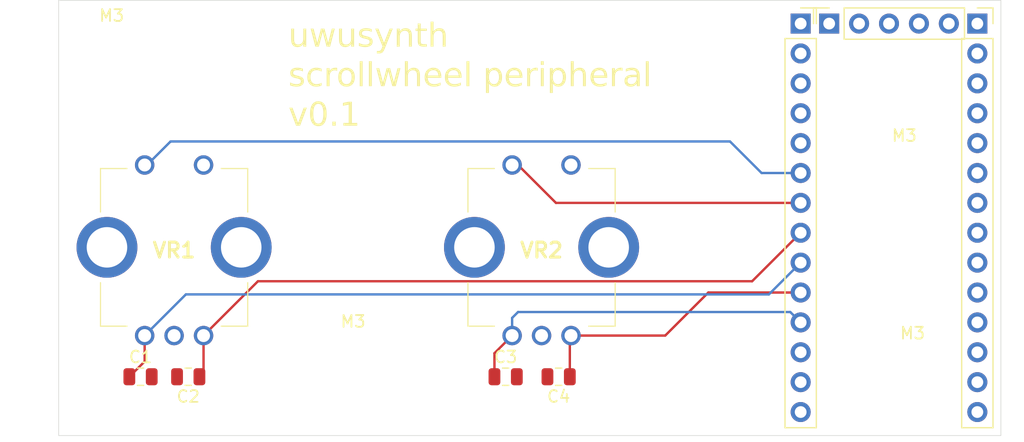
<source format=kicad_pcb>
(kicad_pcb (version 20241229) (generator "pcbnew") (generator_version "9.0")
  (layers (0 "F.Cu" signal) (2 "B.Cu" signal) (13 "F.Paste" user) (15 "B.Paste" user) (5 "F.SilkS" user "F.Silkscreen") (7 "B.SilkS" user "B.Silkscreen") (1 "F.Mask" user) (3 "B.Mask" user) (25 "Edge.Cuts" user))
  (net 0 "")
  (net 1 "Net-(J1-Pin_9)")
  (net 2 "GND")
  (net 3 "Net-(J1-Pin_8)")
  (net 4 "Net-(J1-Pin_11)")
  (net 5 "Net-(J1-Pin_10)")
  (net 6 "Net-(J1-Pin_7)")
  (net 13 "Net-(J1-Pin_6)")
  (footprint "MountingHole:MountingHole_3.2mm_M3" (layer "F.Cu") (at 114.5 60.5)
    (property "Reference" "M3" (at -0.7 4.5 0) (layer "F.SilkS"))
    (property "Value" "MountingHole_3.2mm_M3")
    (pad "" np_thru_hole circle (at 0 0) (size 3.2 3.2) (drill 3.2) (layers "*.Cu" "*.Mask"))
  )
  (footprint "Capacitor_SMD:C_0805_2012Metric" (layer "F.Cu") (at 48.95 85.5)
    (property "Reference" "C1" (at 0 -1.68 0) (layer "F.SilkS"))
    (property "Value" "C")
    (fp_line (start -0.261252 -0.735) (end 0.261252 -0.735) (stroke (width 0.12)) (layer "F.SilkS"))
    (fp_line (start -0.261252 0.735) (end 0.261252 0.735) (stroke (width 0.12)) (layer "F.SilkS"))
    (pad "1" smd roundrect (at -0.95 0) (size 1 1.45) (layers "F.Cu" "F.Mask" "F.Paste") (net 1 "Net-(J1-Pin_9)"))
    (pad "2" smd roundrect (at 0.95 0) (size 1 1.45) (layers "F.Cu" "F.Mask" "F.Paste") (net 2 "GND"))
  )
  (footprint "Capacitor_SMD:C_0805_2012Metric" (layer "F.Cu") (at 84.45 85.5 180)
    (property "Reference" "C4" (at 0 -1.68 0) (layer "F.SilkS"))
    (property "Value" "C")
    (fp_line (start -0.261252 0.735) (end 0.261252 0.735) (stroke (width 0.12)) (layer "F.SilkS"))
    (fp_line (start -0.261252 -0.735) (end 0.261252 -0.735) (stroke (width 0.12)) (layer "F.SilkS"))
    (pad "1" smd roundrect (at -0.95 0 180) (size 1 1.45) (layers "F.Cu" "F.Mask" "F.Paste") (net 5 "Net-(J1-Pin_10)"))
    (pad "2" smd roundrect (at 0.95 0 180) (size 1 1.45) (layers "F.Cu" "F.Mask" "F.Paste") (net 2 "GND"))
  )
  (footprint "MountingHole:MountingHole_3.2mm_M3" (layer "F.Cu") (at 46.5 59)
    (property "Reference" "M3" (at 0 -4.2 0) (layer "F.SilkS"))
    (property "Value" "MountingHole_3.2mm_M3")
    (pad "" np_thru_hole circle (at 0 0) (size 3.2 3.2) (drill 3.2) (layers "*.Cu" "*.Mask"))
  )
  (footprint "project_footprints:PEC11R4220FS0024" (layer "F.Cu") (at 49.3 67.5)
    (property "Reference" "VR1" (at 2.5 7.25 0) (layer "F.SilkS") (effects (font (size 1.27 1.27) (thickness 0.254))))
    (property "Value" "PEC11R-4220F-S0024" (hide yes))
    (fp_line (start -3.75 0.3) (end -1.5 0.3) (stroke (width 0.1)) (layer "F.SilkS"))
    (fp_line (start -3.75 4) (end -3.75 0.3) (stroke (width 0.1)) (layer "F.SilkS"))
    (fp_line (start -3.75 10) (end -3.75 13.7) (stroke (width 0.1)) (layer "F.SilkS"))
    (fp_line (start -3.75 13.7) (end -1.5 13.7) (stroke (width 0.1)) (layer "F.SilkS"))
    (fp_line (start 6.5 0.3) (end 8.75 0.3) (stroke (width 0.1)) (layer "F.SilkS"))
    (fp_line (start 6.5 13.7) (end 8.75 13.7) (stroke (width 0.1)) (layer "F.SilkS"))
    (fp_line (start 8.75 0.3) (end 8.75 4) (stroke (width 0.1)) (layer "F.SilkS"))
    (fp_line (start 8.75 13.7) (end 8.75 10) (stroke (width 0.1)) (layer "F.SilkS"))
    (pad "1" thru_hole circle (at 0 0) (size 1.65 1.65) (drill 1.1) (layers "*.Cu" "*.Mask") (net 13 "Net-(J1-Pin_6)"))
    (pad "2" thru_hole circle (at 5 0) (size 1.65 1.65) (drill 1.1) (layers "*.Cu" "*.Mask") (net 2 "GND"))
    (pad "A1" thru_hole circle (at 0 14.5) (size 1.65 1.65) (drill 1.1) (layers "*.Cu" "*.Mask") (net 1 "Net-(J1-Pin_9)"))
    (pad "B1" thru_hole circle (at 5 14.5) (size 1.65 1.65) (drill 1.1) (layers "*.Cu" "*.Mask") (net 3 "Net-(J1-Pin_8)"))
    (pad "C1" thru_hole circle (at 2.5 14.5) (size 1.65 1.65) (drill 1.1) (layers "*.Cu" "*.Mask") (net 2 "GND"))
    (pad "MH1" thru_hole circle (at -3.2 7) (size 5.161 5.161) (drill 3.4409) (layers "*.Cu" "*.Mask"))
    (pad "MH2" thru_hole circle (at 8.2 7) (size 5.161 5.161) (drill 3.4409) (layers "*.Cu" "*.Mask"))
  )
  (footprint "Capacitor_SMD:C_0805_2012Metric" (layer "F.Cu") (at 53 85.5 180)
    (property "Reference" "C2" (at 0 -1.68 0) (layer "F.SilkS"))
    (property "Value" "C")
    (fp_line (start -0.261252 0.735) (end 0.261252 0.735) (stroke (width 0.12)) (layer "F.SilkS"))
    (fp_line (start -0.261252 -0.735) (end 0.261252 -0.735) (stroke (width 0.12)) (layer "F.SilkS"))
    (pad "1" smd roundrect (at -0.95 0 180) (size 1 1.45) (layers "F.Cu" "F.Mask" "F.Paste") (net 3 "Net-(J1-Pin_8)"))
    (pad "2" smd roundrect (at 0.95 0 180) (size 1 1.45) (layers "F.Cu" "F.Mask" "F.Paste") (net 2 "GND"))
  )
  (footprint "Capacitor_SMD:C_0805_2012Metric" (layer "F.Cu") (at 79.95 85.5)
    (property "Reference" "C3" (at 0 -1.68 0) (layer "F.SilkS"))
    (property "Value" "C")
    (fp_line (start -0.261252 -0.735) (end 0.261252 -0.735) (stroke (width 0.12)) (layer "F.SilkS"))
    (fp_line (start -0.261252 0.735) (end 0.261252 0.735) (stroke (width 0.12)) (layer "F.SilkS"))
    (pad "1" smd roundrect (at -0.95 0) (size 1 1.45) (layers "F.Cu" "F.Mask" "F.Paste") (net 4 "Net-(J1-Pin_11)"))
    (pad "2" smd roundrect (at 0.95 0) (size 1 1.45) (layers "F.Cu" "F.Mask" "F.Paste") (net 2 "GND"))
  )
  (footprint "MountingHole:MountingHole_3.2mm_M3" (layer "F.Cu") (at 114.5 86)
    (property "Reference" "M3" (at 0 -4.2 0) (layer "F.SilkS"))
    (property "Value" "MountingHole_3.2mm_M3")
    (pad "" np_thru_hole circle (at 0 0) (size 3.2 3.2) (drill 3.2) (layers "*.Cu" "*.Mask"))
  )
  (footprint "Connector_PinSocket_2.54mm:PinSocket_1x05_P2.54mm_Vertical" (layer "F.Cu") (at 107.42 55.48 90)
    (property "Reference" "J3" (hide yes))
    (property "Value" "Conn_01x05_Socket" (hide yes))
    (fp_line (start 1.33 -1.33) (end 1.33 0) (stroke (width 0.12)) (layer "F.SilkS"))
    (fp_line (start 0 -1.33) (end 1.33 -1.33) (stroke (width 0.12)) (layer "F.SilkS"))
    (fp_line (start 1.33 1.27) (end 1.33 11.49) (stroke (width 0.12)) (layer "F.SilkS"))
    (fp_line (start -1.33 1.27) (end 1.33 1.27) (stroke (width 0.12)) (layer "F.SilkS"))
    (fp_line (start -1.33 1.27) (end -1.33 11.49) (stroke (width 0.12)) (layer "F.SilkS"))
    (fp_line (start -1.33 11.49) (end 1.33 11.49) (stroke (width 0.12)) (layer "F.SilkS"))
    (pad "1" thru_hole rect (at 0 0 90) (size 1.7 1.7) (drill 1) (layers "*.Cu" "*.Mask"))
    (pad "2" thru_hole oval (at 0 2.54 90) (size 1.7 1.7) (drill 1) (layers "*.Cu" "*.Mask"))
    (pad "3" thru_hole oval (at 0 5.08 90) (size 1.7 1.7) (drill 1) (layers "*.Cu" "*.Mask"))
    (pad "4" thru_hole oval (at 0 7.62 90) (size 1.7 1.7) (drill 1) (layers "*.Cu" "*.Mask"))
    (pad "5" thru_hole oval (at 0 10.16 90) (size 1.7 1.7) (drill 1) (layers "*.Cu" "*.Mask"))
  )
  (footprint "Connector_PinSocket_2.54mm:PinSocket_1x14_P2.54mm_Vertical" (layer "F.Cu") (at 120 55.48)
    (property "Reference" "J2" (hide yes))
    (property "Value" "Conn_01x14_Socket" (hide yes))
    (fp_line (start -1.33 1.27) (end -1.33 34.35) (stroke (width 0.12)) (layer "F.SilkS"))
    (fp_line (start -1.33 1.27) (end 1.33 1.27) (stroke (width 0.12)) (layer "F.SilkS"))
    (fp_line (start -1.33 34.35) (end 1.33 34.35) (stroke (width 0.12)) (layer "F.SilkS"))
    (fp_line (start 0 -1.33) (end 1.33 -1.33) (stroke (width 0.12)) (layer "F.SilkS"))
    (fp_line (start 1.33 -1.33) (end 1.33 0) (stroke (width 0.12)) (layer "F.SilkS"))
    (fp_line (start 1.33 1.27) (end 1.33 34.35) (stroke (width 0.12)) (layer "F.SilkS"))
    (pad "1" thru_hole rect (at 0 0) (size 1.7 1.7) (drill 1) (layers "*.Cu" "*.Mask"))
    (pad "2" thru_hole oval (at 0 2.54) (size 1.7 1.7) (drill 1) (layers "*.Cu" "*.Mask"))
    (pad "3" thru_hole oval (at 0 5.08) (size 1.7 1.7) (drill 1) (layers "*.Cu" "*.Mask"))
    (pad "4" thru_hole oval (at 0 7.62) (size 1.7 1.7) (drill 1) (layers "*.Cu" "*.Mask"))
    (pad "5" thru_hole oval (at 0 10.16) (size 1.7 1.7) (drill 1) (layers "*.Cu" "*.Mask"))
    (pad "6" thru_hole oval (at 0 12.7) (size 1.7 1.7) (drill 1) (layers "*.Cu" "*.Mask"))
    (pad "7" thru_hole oval (at 0 15.24) (size 1.7 1.7) (drill 1) (layers "*.Cu" "*.Mask"))
    (pad "8" thru_hole oval (at 0 17.78) (size 1.7 1.7) (drill 1) (layers "*.Cu" "*.Mask"))
    (pad "9" thru_hole oval (at 0 20.32) (size 1.7 1.7) (drill 1) (layers "*.Cu" "*.Mask"))
    (pad "10" thru_hole oval (at 0 22.86) (size 1.7 1.7) (drill 1) (layers "*.Cu" "*.Mask"))
    (pad "11" thru_hole oval (at 0 25.4) (size 1.7 1.7) (drill 1) (layers "*.Cu" "*.Mask"))
    (pad "12" thru_hole oval (at 0 27.94) (size 1.7 1.7) (drill 1) (layers "*.Cu" "*.Mask"))
    (pad "13" thru_hole oval (at 0 30.48) (size 1.7 1.7) (drill 1) (layers "*.Cu" "*.Mask"))
    (pad "14" thru_hole oval (at 0 33.02) (size 1.7 1.7) (drill 1) (layers "*.Cu" "*.Mask"))
  )
  (footprint "project_footprints:PEC11R4220FS0024" (layer "F.Cu") (at 80.5 67.5)
    (property "Reference" "VR2" (at 2.5 7.25 0) (layer "F.SilkS") (effects (font (size 1.27 1.27) (thickness 0.254))))
    (property "Value" "PEC11R-4220F-S0024" (hide yes))
    (fp_line (start -3.75 0.3) (end -1.5 0.3) (stroke (width 0.1)) (layer "F.SilkS"))
    (fp_line (start -3.75 4) (end -3.75 0.3) (stroke (width 0.1)) (layer "F.SilkS"))
    (fp_line (start -3.75 10) (end -3.75 13.7) (stroke (width 0.1)) (layer "F.SilkS"))
    (fp_line (start -3.75 13.7) (end -1.5 13.7) (stroke (width 0.1)) (layer "F.SilkS"))
    (fp_line (start 6.5 0.3) (end 8.75 0.3) (stroke (width 0.1)) (layer "F.SilkS"))
    (fp_line (start 6.5 13.7) (end 8.75 13.7) (stroke (width 0.1)) (layer "F.SilkS"))
    (fp_line (start 8.75 0.3) (end 8.75 4) (stroke (width 0.1)) (layer "F.SilkS"))
    (fp_line (start 8.75 13.7) (end 8.75 10) (stroke (width 0.1)) (layer "F.SilkS"))
    (pad "1" thru_hole circle (at 0 0) (size 1.65 1.65) (drill 1.1) (layers "*.Cu" "*.Mask") (net 6 "Net-(J1-Pin_7)"))
    (pad "2" thru_hole circle (at 5 0) (size 1.65 1.65) (drill 1.1) (layers "*.Cu" "*.Mask") (net 2 "GND"))
    (pad "A1" thru_hole circle (at 0 14.5) (size 1.65 1.65) (drill 1.1) (layers "*.Cu" "*.Mask") (net 4 "Net-(J1-Pin_11)"))
    (pad "B1" thru_hole circle (at 5 14.5) (size 1.65 1.65) (drill 1.1) (layers "*.Cu" "*.Mask") (net 5 "Net-(J1-Pin_10)"))
    (pad "C1" thru_hole circle (at 2.5 14.5) (size 1.65 1.65) (drill 1.1) (layers "*.Cu" "*.Mask") (net 2 "GND"))
    (pad "MH1" thru_hole circle (at -3.2 7) (size 5.161 5.161) (drill 3.4409) (layers "*.Cu" "*.Mask"))
    (pad "MH2" thru_hole circle (at 8.2 7) (size 5.161 5.161) (drill 3.4409) (layers "*.Cu" "*.Mask"))
  )
  (footprint "MountingHole:MountingHole_3.2mm_M3" (layer "F.Cu") (at 67 85)
    (property "Reference" "M3" (at 0 -4.2 0) (layer "F.SilkS"))
    (property "Value" "MountingHole_3.2mm_M3")
    (pad "" np_thru_hole circle (at 0 0) (size 3.2 3.2) (drill 3.2) (layers "*.Cu" "*.Mask"))
  )
  (footprint "Connector_PinSocket_2.54mm:PinSocket_1x14_P2.54mm_Vertical" (layer "F.Cu") (at 105 55.48)
    (property "Reference" "J1" (hide yes))
    (property "Value" "Conn_01x14_Socket" (hide yes))
    (fp_line (start -1.33 1.27) (end -1.33 34.35) (stroke (width 0.12)) (layer "F.SilkS"))
    (fp_line (start -1.33 1.27) (end 1.33 1.27) (stroke (width 0.12)) (layer "F.SilkS"))
    (fp_line (start -1.33 34.35) (end 1.33 34.35) (stroke (width 0.12)) (layer "F.SilkS"))
    (fp_line (start 0 -1.33) (end 1.33 -1.33) (stroke (width 0.12)) (layer "F.SilkS"))
    (fp_line (start 1.33 -1.33) (end 1.33 0) (stroke (width 0.12)) (layer "F.SilkS"))
    (fp_line (start 1.33 1.27) (end 1.33 34.35) (stroke (width 0.12)) (layer "F.SilkS"))
    (pad "1" thru_hole rect (at 0 0) (size 1.7 1.7) (drill 1) (layers "*.Cu" "*.Mask"))
    (pad "2" thru_hole oval (at 0 2.54) (size 1.7 1.7) (drill 1) (layers "*.Cu" "*.Mask") (net 2 "GND"))
    (pad "3" thru_hole oval (at 0 5.08) (size 1.7 1.7) (drill 1) (layers "*.Cu" "*.Mask"))
    (pad "4" thru_hole oval (at 0 7.62) (size 1.7 1.7) (drill 1) (layers "*.Cu" "*.Mask"))
    (pad "5" thru_hole oval (at 0 10.16) (size 1.7 1.7) (drill 1) (layers "*.Cu" "*.Mask"))
    (pad "6" thru_hole oval (at 0 12.7) (size 1.7 1.7) (drill 1) (layers "*.Cu" "*.Mask") (net 13 "Net-(J1-Pin_6)"))
    (pad "7" thru_hole oval (at 0 15.24) (size 1.7 1.7) (drill 1) (layers "*.Cu" "*.Mask") (net 6 "Net-(J1-Pin_7)"))
    (pad "8" thru_hole oval (at 0 17.78) (size 1.7 1.7) (drill 1) (layers "*.Cu" "*.Mask") (net 3 "Net-(J1-Pin_8)"))
    (pad "9" thru_hole oval (at 0 20.32) (size 1.7 1.7) (drill 1) (layers "*.Cu" "*.Mask") (net 1 "Net-(J1-Pin_9)"))
    (pad "10" thru_hole oval (at 0 22.86) (size 1.7 1.7) (drill 1) (layers "*.Cu" "*.Mask") (net 5 "Net-(J1-Pin_10)"))
    (pad "11" thru_hole oval (at 0 25.4) (size 1.7 1.7) (drill 1) (layers "*.Cu" "*.Mask") (net 4 "Net-(J1-Pin_11)"))
    (pad "12" thru_hole oval (at 0 27.94) (size 1.7 1.7) (drill 1) (layers "*.Cu" "*.Mask"))
    (pad "13" thru_hole oval (at 0 30.48) (size 1.7 1.7) (drill 1) (layers "*.Cu" "*.Mask"))
    (pad "14" thru_hole oval (at 0 33.02) (size 1.7 1.7) (drill 1) (layers "*.Cu" "*.Mask"))
  )
  (gr_rect (start 42 53.5) (end 122 90.5) (stroke (width 0.05)) (fill no) (layer "Edge.Cuts"))
  (gr_text "uwusynth\nscrollwheel peripheral\nv0.1" (at 61.5 64.5 0) (layer "F.SilkS") (effects (font (size 2 2) (thickness 0.1)) (justify left bottom)))
  (segment (start 49.3 82) (end 49.3 84.2) (width 0.2) (layer "F.Cu") (net 1))
  (segment (start 49.3 84.2) (end 48 85.5) (width 0.2) (layer "F.Cu") (net 1))
  (segment (start 52.8 78.5) (end 102.3 78.5) (width 0.2) (layer "B.Cu") (net 1))
  (segment (start 49.3 82) (end 52.8 78.5) (width 0.2) (layer "B.Cu") (net 1))
  (segment (start 102.3 78.5) (end 105 75.8) (width 0.2) (layer "B.Cu") (net 1))
  (segment (start 83.5 82.5) (end 83 82) (width 0.2) (layer "F.Cu") (net 2))
  (segment (start 54.3 82) (end 58.9185 77.3815) (width 0.2) (layer "F.Cu") (net 3))
  (segment (start 54.3 85.15) (end 53.95 85.5) (width 0.2) (layer "F.Cu") (net 3))
  (segment (start 54.3 82) (end 54.3 85.15) (width 0.2) (layer "F.Cu") (net 3))
  (segment (start 58.9185 77.3815) (end 100.8785 77.3815) (width 0.2) (layer "F.Cu") (net 3))
  (segment (start 100.8785 77.3815) (end 105 73.26) (width 0.2) (layer "F.Cu") (net 3))
  (segment (start 79 85.5) (end 79 83.5) (width 0.2) (layer "F.Cu") (net 4))
  (segment (start 79 83.5) (end 80.5 82) (width 0.2) (layer "F.Cu") (net 4))
  (segment (start 104.12 80) (end 105 80.88) (width 0.2) (layer "B.Cu") (net 4))
  (segment (start 80.5 80.5) (end 81 80) (width 0.2) (layer "B.Cu") (net 4))
  (segment (start 80.5 82) (end 80.5 80.5) (width 0.2) (layer "B.Cu") (net 4))
  (segment (start 81 80) (end 104.12 80) (width 0.2) (layer "B.Cu") (net 4))
  (segment (start 85.4 82.1) (end 85.5 82) (width 0.2) (layer "F.Cu") (net 5))
  (segment (start 97.16 78.34) (end 105 78.34) (width 0.2) (layer "F.Cu") (net 5))
  (segment (start 85.5 82) (end 93.5 82) (width 0.2) (layer "F.Cu") (net 5))
  (segment (start 85.4 85.5) (end 85.4 82.1) (width 0.2) (layer "F.Cu") (net 5))
  (segment (start 93.5 82) (end 97.16 78.34) (width 0.2) (layer "F.Cu") (net 5))
  (segment (start 80.5 67.5) (end 81 67.5) (width 0.2) (layer "F.Cu") (net 6))
  (segment (start 84.22 70.72) (end 105 70.72) (width 0.2) (layer "F.Cu") (net 6))
  (segment (start 81 67.5) (end 84.22 70.72) (width 0.2) (layer "F.Cu") (net 6))
  (segment (start 101.68 68.18) (end 105 68.18) (width 0.2) (layer "B.Cu") (net 13))
  (segment (start 49.3 67.5) (end 49.5 67.5) (width 0.2) (layer "B.Cu") (net 13))
  (segment (start 99 65.5) (end 101.68 68.18) (width 0.2) (layer "B.Cu") (net 13))
  (segment (start 49.5 67.5) (end 51.5 65.5) (width 0.2) (layer "B.Cu") (net 13))
  (segment (start 51.5 65.5) (end 99 65.5) (width 0.2) (layer "B.Cu") (net 13))
)
</source>
